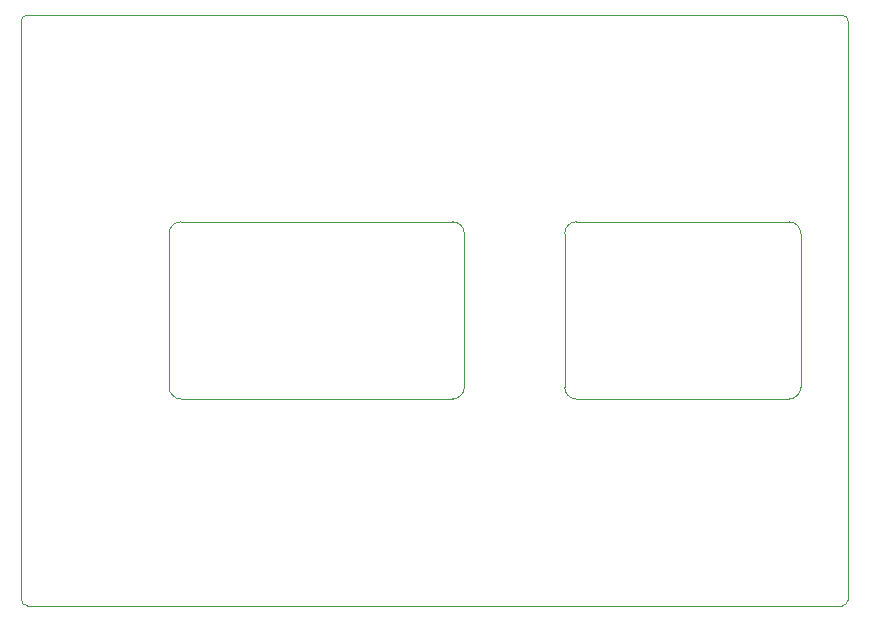
<source format=gm1>
G04 #@! TF.GenerationSoftware,KiCad,Pcbnew,7.0.9-7.0.9~ubuntu20.04.1*
G04 #@! TF.CreationDate,2023-12-17T17:20:07+01:00*
G04 #@! TF.ProjectId,swr,7377722e-6b69-4636-9164-5f7063625858,1.0*
G04 #@! TF.SameCoordinates,Original*
G04 #@! TF.FileFunction,Profile,NP*
%FSLAX46Y46*%
G04 Gerber Fmt 4.6, Leading zero omitted, Abs format (unit mm)*
G04 Created by KiCad (PCBNEW 7.0.9-7.0.9~ubuntu20.04.1) date 2023-12-17 17:20:07*
%MOMM*%
%LPD*%
G01*
G04 APERTURE LIST*
G04 #@! TA.AperFunction,Profile*
%ADD10C,0.100000*%
G04 #@! TD*
G04 #@! TA.AperFunction,Profile*
%ADD11C,0.120000*%
G04 #@! TD*
G04 APERTURE END LIST*
D10*
X165000000Y-99500000D02*
X165000000Y-50500000D01*
X95500000Y-100000000D02*
X164500000Y-100000000D01*
X95000000Y-50500000D02*
X95000000Y-99500000D01*
X164500000Y-100000000D02*
G75*
G03*
X165000000Y-99500000I0J500000D01*
G01*
X95000000Y-99500000D02*
G75*
G03*
X95500000Y-100000000I500000J0D01*
G01*
X165000000Y-50500000D02*
G75*
G03*
X164500000Y-50000000I-500000J0D01*
G01*
X95500000Y-50000000D02*
G75*
G03*
X95000000Y-50500000I0J-500000D01*
G01*
X164500000Y-50000000D02*
X95500000Y-50000000D01*
D11*
X161000000Y-68500000D02*
X161000000Y-81500000D01*
X141000000Y-81500000D02*
X141000000Y-68500000D01*
X160000000Y-82500000D02*
X142000000Y-82500000D01*
X142000000Y-67500000D02*
X160000000Y-67500000D01*
X160000000Y-82500000D02*
G75*
G03*
X161000000Y-81500000I1J999999D01*
G01*
X161000000Y-68500000D02*
G75*
G03*
X160000000Y-67500000I-999999J1D01*
G01*
X141000000Y-81500000D02*
G75*
G03*
X142000000Y-82500000I1000000J0D01*
G01*
X142000000Y-67500000D02*
G75*
G03*
X141000000Y-68500000I0J-1000000D01*
G01*
X131515000Y-82500000D02*
X108515000Y-82500000D01*
X107515000Y-81500000D02*
X107515000Y-68500000D01*
X108515000Y-67500000D02*
X131515000Y-67500000D01*
X132515000Y-68500000D02*
X132515000Y-81500000D01*
X132515000Y-68500000D02*
G75*
G03*
X131515000Y-67500000I-1000000J0D01*
G01*
X131515000Y-82500000D02*
G75*
G03*
X132515000Y-81500000I0J1000000D01*
G01*
X107515000Y-81500000D02*
G75*
G03*
X108515000Y-82500000I999999J-1D01*
G01*
X108515000Y-67500000D02*
G75*
G03*
X107515000Y-68500000I-1J-999999D01*
G01*
M02*

</source>
